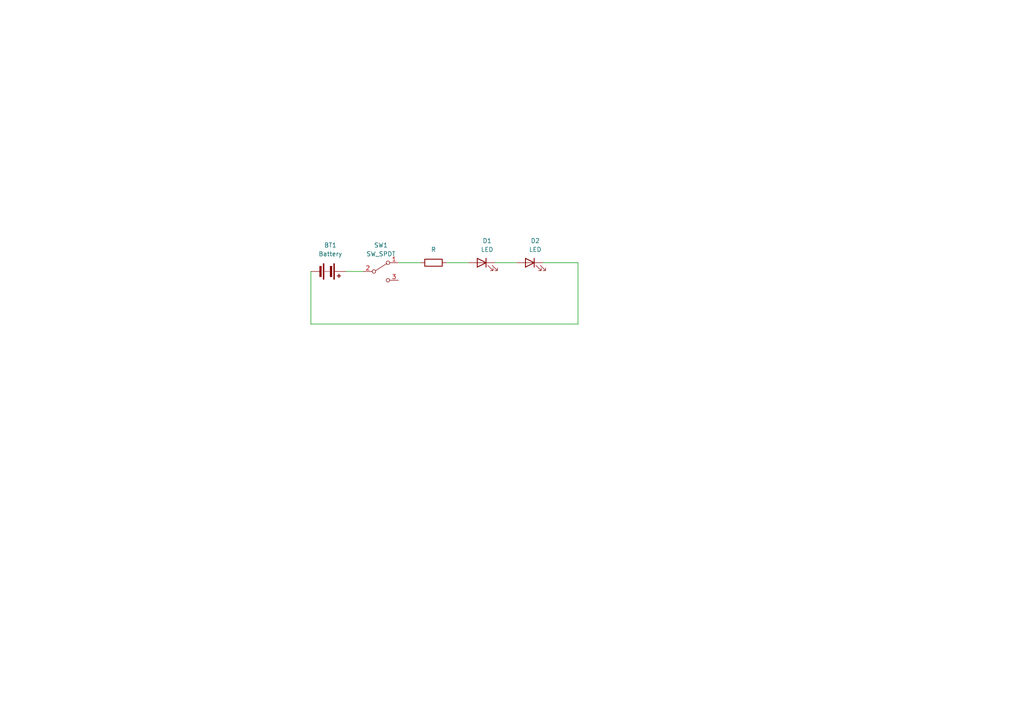
<source format=kicad_sch>
(kicad_sch (version 20230121) (generator eeschema)
  (paper "A4")
  (lib_symbols
    (symbol "Device:Battery" (pin_numbers hide) (pin_names (offset 0) hide)
      (property "Reference" "BT" (at 2.54 2.54 0))
      (property "Value" "Battery" (at 2.54 0 0))
      (symbol "Battery_0_1"
        (rectangle (start -2.286 -1.27) (end 2.286 -1.524) (fill (type outline)))
        (rectangle (start -2.286 1.778) (end 2.286 1.524) (fill (type outline)))
        (rectangle (start -1.524 -2.032) (end 1.524 -2.54) (fill (type outline)))
        (rectangle (start -1.524 1.016) (end 1.524 0.508) (fill (type outline)))
        (polyline (pts (xy 0 -1.016) (xy 0 -0.762)))
        (polyline (pts (xy 0 -0.508) (xy 0 -0.254)))
        (polyline (pts (xy 0 0) (xy 0 0.254)))
        (polyline (pts (xy 0 1.778) (xy 0 2.54)))
        (polyline (pts (xy 0.762 3.048) (xy 1.778 3.048)) (stroke (width 0.254)))
        (polyline (pts (xy 1.27 3.556) (xy 1.27 2.54)) (stroke (width 0.254)))
      )
      (symbol "Battery_1_1"
        (pin passive line (at 0 5.08 270) (length 2.54) (name "+") (number "1"))
        (pin passive line (at 0 -5.08 90) (length 2.54) (name "-") (number "2"))
      )
    )
    (symbol "Device:LED" (pin_numbers hide) (pin_names (offset 1.016) hide)
      (property "Reference" "D" (at 0 2.54 0))
      (property "Value" "LED" (at 0 -2.54 0))
      (symbol "LED_0_1"
        (polyline (pts (xy -1.27 -1.27) (xy -1.27 1.27)) (stroke (width 0.254)))
        (polyline (pts (xy -1.27 0) (xy 1.27 0)))
        (polyline (pts (xy 1.27 -1.27) (xy 1.27 1.27) (xy -1.27 0) (xy 1.27 -1.27)) (stroke (width 0.254)))
        (polyline (pts (xy -3.048 -0.762) (xy -4.572 -2.286) (xy -3.81 -2.286) (xy -4.572 -2.286) (xy -4.572 -1.524)))
        (polyline (pts (xy -1.778 -0.762) (xy -3.302 -2.286) (xy -2.54 -2.286) (xy -3.302 -2.286) (xy -3.302 -1.524)))
      )
      (symbol "LED_1_1"
        (pin passive line (at -3.81 0 0) (length 2.54) (name "K") (number "1"))
        (pin passive line (at 3.81 0 180) (length 2.54) (name "A") (number "2"))
      )
    )
    (symbol "Device:R" (pin_numbers hide) (pin_names (offset 0))
      (property "Reference" "R" (at 2.032 0 90))
      (property "Value" "R" (at 0 0 90))
      (symbol "R_0_1"
        (rectangle (start -1.016 -2.54) (end 1.016 2.54) (stroke (width 0.254)))
      )
      (symbol "R_1_1"
        (pin passive line (at 0 3.81 270) (length 1.27) (name "~") (number "1"))
        (pin passive line (at 0 -3.81 90) (length 1.27) (name "~") (number "2"))
      )
    )
    (symbol "Switch:SW_SPDT" (pin_names (offset 0) hide)
      (property "Reference" "SW" (at 0 4.318 0))
      (property "Value" "SW_SPDT" (at 0 -5.08 0))
      (symbol "SW_SPDT_0_0"
        (circle (center -2.032 0) (radius 0.508))
        (circle (center 2.032 -2.54) (radius 0.508))
      )
      (symbol "SW_SPDT_0_1"
        (polyline (pts (xy -1.524 0.254) (xy 1.651 2.286)))
        (circle (center 2.032 2.54) (radius 0.508))
      )
      (symbol "SW_SPDT_1_1"
        (pin passive line (at 5.08 2.54 180) (length 2.54) (name "A") (number "1"))
        (pin passive line (at -5.08 0 0) (length 2.54) (name "B") (number "2"))
        (pin passive line (at 5.08 -2.54 180) (length 2.54) (name "C") (number "3"))
      )
    )
  )
  (wire (pts (xy 167.64 93.98) (xy 90.17 93.98)))
  (wire (pts (xy 129.54 76.2) (xy 135.89 76.2)))
  (wire (pts (xy 90.17 78.74) (xy 90.17 93.98)))
  (wire (pts (xy 167.64 76.2) (xy 167.64 93.98)))
  (wire (pts (xy 115.57 76.2) (xy 121.92 76.2)))
  (wire (pts (xy 143.51 76.2) (xy 149.86 76.2)))
  (wire (pts (xy 100.33 78.74) (xy 105.41 78.74)))
  (wire (pts (xy 157.48 76.2) (xy 167.64 76.2)))
  (symbol (lib_id "Switch:SW_SPDT") (at 110.49 78.74 0) (unit 1)
    (property "Reference" "SW1" (at 110.49 71.12 0))
    (property "Value" "SW_SPDT" (at 110.49 73.66 0))
    (property "Footprint" "Button_Switch_THT:SW_DIP_SPSTx01_Slide_6.7x4.1mm_W7.62mm_P2.54mm_LowProfile" (effects hide))
  )
  (symbol (lib_id "Device:LED") (at 153.67 76.2 0) (mirror y) (unit 1)
    (property "Reference" "D2" (at 155.2575 69.85 0))
    (property "Value" "LED" (at 155.2575 72.39 0))
    (property "Footprint" "LED_THT:LED_D3.0mm" (effects hide))
  )
  (symbol (lib_id "Device:LED") (at 139.7 76.2 0) (mirror y) (unit 1)
    (property "Reference" "D1" (at 141.2875 69.85 0))
    (property "Value" "LED" (at 141.2875 72.39 0))
    (property "Footprint" "LED_THT:LED_D3.0mm" (effects hide))
  )
  (symbol (lib_id "Device:R") (at 125.73 76.2 90) (unit 1)
    (property "Reference" "R1" (effects hide))
    (property "Value" "R" (at 125.73 72.39 90))
    (property "Footprint" "Resistor_THT:R_Axial_DIN0207_L6.3mm_D2.5mm_P10.16mm_Horizontal" (effects hide))
  )
  (symbol (lib_id "Device:Battery") (at 95.25 78.74 270) (unit 1)
    (property "Reference" "BT1" (at 95.8215 71.12 90))
    (property "Value" "Battery" (at 95.8215 73.66 90))
    (property "Footprint" "Battery:BatteryHolder_Keystone_1058_1x2032" (effects hide))
  )
)
</source>
